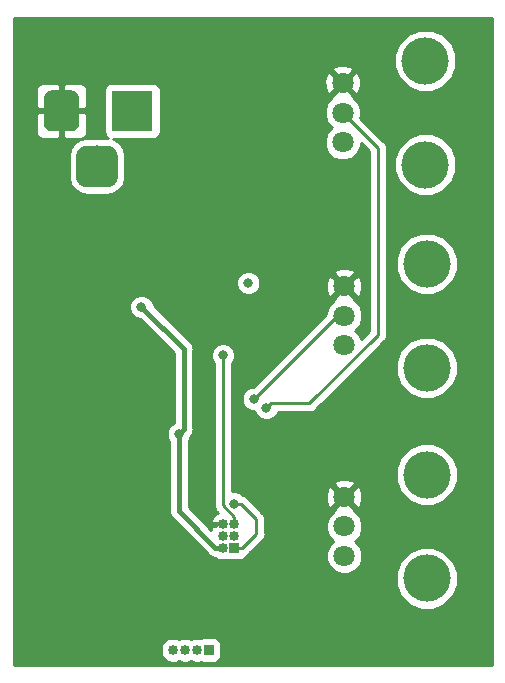
<source format=gbr>
G04 #@! TF.GenerationSoftware,KiCad,Pcbnew,5.0.2-bee76a0~70~ubuntu18.04.1*
G04 #@! TF.CreationDate,2018-12-03T19:26:52-05:00*
G04 #@! TF.ProjectId,LEDStuff,4c454453-7475-4666-962e-6b696361645f,rev?*
G04 #@! TF.SameCoordinates,Original*
G04 #@! TF.FileFunction,Copper,L2,Bot*
G04 #@! TF.FilePolarity,Positive*
%FSLAX46Y46*%
G04 Gerber Fmt 4.6, Leading zero omitted, Abs format (unit mm)*
G04 Created by KiCad (PCBNEW 5.0.2-bee76a0~70~ubuntu18.04.1) date Mon 03 Dec 2018 07:26:52 PM EST*
%MOMM*%
%LPD*%
G01*
G04 APERTURE LIST*
G04 #@! TA.AperFunction,ComponentPad*
%ADD10R,3.500000X3.500000*%
G04 #@! TD*
G04 #@! TA.AperFunction,Conductor*
%ADD11C,0.100000*%
G04 #@! TD*
G04 #@! TA.AperFunction,ComponentPad*
%ADD12C,3.000000*%
G04 #@! TD*
G04 #@! TA.AperFunction,ComponentPad*
%ADD13C,3.500000*%
G04 #@! TD*
G04 #@! TA.AperFunction,ComponentPad*
%ADD14R,0.850000X0.850000*%
G04 #@! TD*
G04 #@! TA.AperFunction,ComponentPad*
%ADD15O,0.850000X0.850000*%
G04 #@! TD*
G04 #@! TA.AperFunction,ComponentPad*
%ADD16C,1.800000*%
G04 #@! TD*
G04 #@! TA.AperFunction,WasherPad*
%ADD17C,4.000000*%
G04 #@! TD*
G04 #@! TA.AperFunction,ViaPad*
%ADD18C,0.800000*%
G04 #@! TD*
G04 #@! TA.AperFunction,Conductor*
%ADD19C,0.400000*%
G04 #@! TD*
G04 #@! TA.AperFunction,Conductor*
%ADD20C,0.250000*%
G04 #@! TD*
G04 #@! TA.AperFunction,Conductor*
%ADD21C,0.254000*%
G04 #@! TD*
G04 APERTURE END LIST*
D10*
G04 #@! TO.P,J1,1*
G04 #@! TO.N,+12V*
X141643100Y-75717400D03*
D11*
G04 #@! TD*
G04 #@! TO.N,GND*
G04 #@! TO.C,J1*
G36*
X136466613Y-73971011D02*
X136539418Y-73981811D01*
X136610814Y-73999695D01*
X136680113Y-74024490D01*
X136746648Y-74055959D01*
X136809778Y-74093798D01*
X136868895Y-74137642D01*
X136923430Y-74187070D01*
X136972858Y-74241605D01*
X137016702Y-74300722D01*
X137054541Y-74363852D01*
X137086010Y-74430387D01*
X137110805Y-74499686D01*
X137128689Y-74571082D01*
X137139489Y-74643887D01*
X137143100Y-74717400D01*
X137143100Y-76717400D01*
X137139489Y-76790913D01*
X137128689Y-76863718D01*
X137110805Y-76935114D01*
X137086010Y-77004413D01*
X137054541Y-77070948D01*
X137016702Y-77134078D01*
X136972858Y-77193195D01*
X136923430Y-77247730D01*
X136868895Y-77297158D01*
X136809778Y-77341002D01*
X136746648Y-77378841D01*
X136680113Y-77410310D01*
X136610814Y-77435105D01*
X136539418Y-77452989D01*
X136466613Y-77463789D01*
X136393100Y-77467400D01*
X134893100Y-77467400D01*
X134819587Y-77463789D01*
X134746782Y-77452989D01*
X134675386Y-77435105D01*
X134606087Y-77410310D01*
X134539552Y-77378841D01*
X134476422Y-77341002D01*
X134417305Y-77297158D01*
X134362770Y-77247730D01*
X134313342Y-77193195D01*
X134269498Y-77134078D01*
X134231659Y-77070948D01*
X134200190Y-77004413D01*
X134175395Y-76935114D01*
X134157511Y-76863718D01*
X134146711Y-76790913D01*
X134143100Y-76717400D01*
X134143100Y-74717400D01*
X134146711Y-74643887D01*
X134157511Y-74571082D01*
X134175395Y-74499686D01*
X134200190Y-74430387D01*
X134231659Y-74363852D01*
X134269498Y-74300722D01*
X134313342Y-74241605D01*
X134362770Y-74187070D01*
X134417305Y-74137642D01*
X134476422Y-74093798D01*
X134539552Y-74055959D01*
X134606087Y-74024490D01*
X134675386Y-73999695D01*
X134746782Y-73981811D01*
X134819587Y-73971011D01*
X134893100Y-73967400D01*
X136393100Y-73967400D01*
X136466613Y-73971011D01*
X136466613Y-73971011D01*
G37*
D12*
G04 #@! TO.P,J1,2*
G04 #@! TO.N,GND*
X135643100Y-75717400D03*
D11*
G04 #@! TD*
G04 #@! TO.N,Net-(J1-Pad3)*
G04 #@! TO.C,J1*
G36*
X139603865Y-78671613D02*
X139688804Y-78684213D01*
X139772099Y-78705077D01*
X139852948Y-78734005D01*
X139930572Y-78770719D01*
X140004224Y-78814864D01*
X140073194Y-78866016D01*
X140136818Y-78923682D01*
X140194484Y-78987306D01*
X140245636Y-79056276D01*
X140289781Y-79129928D01*
X140326495Y-79207552D01*
X140355423Y-79288401D01*
X140376287Y-79371696D01*
X140388887Y-79456635D01*
X140393100Y-79542400D01*
X140393100Y-81292400D01*
X140388887Y-81378165D01*
X140376287Y-81463104D01*
X140355423Y-81546399D01*
X140326495Y-81627248D01*
X140289781Y-81704872D01*
X140245636Y-81778524D01*
X140194484Y-81847494D01*
X140136818Y-81911118D01*
X140073194Y-81968784D01*
X140004224Y-82019936D01*
X139930572Y-82064081D01*
X139852948Y-82100795D01*
X139772099Y-82129723D01*
X139688804Y-82150587D01*
X139603865Y-82163187D01*
X139518100Y-82167400D01*
X137768100Y-82167400D01*
X137682335Y-82163187D01*
X137597396Y-82150587D01*
X137514101Y-82129723D01*
X137433252Y-82100795D01*
X137355628Y-82064081D01*
X137281976Y-82019936D01*
X137213006Y-81968784D01*
X137149382Y-81911118D01*
X137091716Y-81847494D01*
X137040564Y-81778524D01*
X136996419Y-81704872D01*
X136959705Y-81627248D01*
X136930777Y-81546399D01*
X136909913Y-81463104D01*
X136897313Y-81378165D01*
X136893100Y-81292400D01*
X136893100Y-79542400D01*
X136897313Y-79456635D01*
X136909913Y-79371696D01*
X136930777Y-79288401D01*
X136959705Y-79207552D01*
X136996419Y-79129928D01*
X137040564Y-79056276D01*
X137091716Y-78987306D01*
X137149382Y-78923682D01*
X137213006Y-78866016D01*
X137281976Y-78814864D01*
X137355628Y-78770719D01*
X137433252Y-78734005D01*
X137514101Y-78705077D01*
X137597396Y-78684213D01*
X137682335Y-78671613D01*
X137768100Y-78667400D01*
X139518100Y-78667400D01*
X139603865Y-78671613D01*
X139603865Y-78671613D01*
G37*
D13*
G04 #@! TO.P,J1,3*
G04 #@! TO.N,Net-(J1-Pad3)*
X138643100Y-80417400D03*
G04 #@! TD*
D14*
G04 #@! TO.P,J2,1*
G04 #@! TO.N,/MISO*
X150279100Y-112712500D03*
D15*
G04 #@! TO.P,J2,2*
G04 #@! TO.N,+5V*
X149279100Y-112712500D03*
G04 #@! TO.P,J2,3*
G04 #@! TO.N,/SCK*
X150279100Y-111712500D03*
G04 #@! TO.P,J2,4*
G04 #@! TO.N,/GREEN_PWM_OUT*
X149279100Y-111712500D03*
G04 #@! TO.P,J2,5*
G04 #@! TO.N,/RESET*
X150279100Y-110712500D03*
G04 #@! TO.P,J2,6*
G04 #@! TO.N,GND*
X149279100Y-110712500D03*
G04 #@! TD*
D14*
G04 #@! TO.P,J3,1*
G04 #@! TO.N,+12V*
X148107400Y-121373900D03*
D15*
G04 #@! TO.P,J3,2*
G04 #@! TO.N,/GREEN_LED_OUT*
X147107400Y-121373900D03*
G04 #@! TO.P,J3,3*
G04 #@! TO.N,/RED_LED_OUT*
X146107400Y-121373900D03*
G04 #@! TO.P,J3,4*
G04 #@! TO.N,/BLUE_LED_OUT*
X145107400Y-121373900D03*
G04 #@! TD*
D16*
G04 #@! TO.P,RV1,3*
G04 #@! TO.N,GND*
X159448500Y-73371700D03*
G04 #@! TO.P,RV1,2*
G04 #@! TO.N,/RED_POT*
X159448500Y-75871700D03*
G04 #@! TO.P,RV1,1*
G04 #@! TO.N,+5V*
X159448500Y-78371700D03*
D17*
G04 #@! TO.P,RV1,*
G04 #@! TO.N,*
X166448500Y-71471700D03*
X166448500Y-80271700D03*
G04 #@! TD*
G04 #@! TO.P,RV2,*
G04 #@! TO.N,*
X166575500Y-97467500D03*
X166575500Y-88667500D03*
D16*
G04 #@! TO.P,RV2,1*
G04 #@! TO.N,+5V*
X159575500Y-95567500D03*
G04 #@! TO.P,RV2,2*
G04 #@! TO.N,/GREEN_POT*
X159575500Y-93067500D03*
G04 #@! TO.P,RV2,3*
G04 #@! TO.N,GND*
X159575500Y-90567500D03*
G04 #@! TD*
G04 #@! TO.P,RV3,3*
G04 #@! TO.N,GND*
X159575500Y-108411000D03*
G04 #@! TO.P,RV3,2*
G04 #@! TO.N,/BLUE_POT*
X159575500Y-110911000D03*
G04 #@! TO.P,RV3,1*
G04 #@! TO.N,+5V*
X159575500Y-113411000D03*
D17*
G04 #@! TO.P,RV3,*
G04 #@! TO.N,*
X166575500Y-106511000D03*
X166575500Y-115311000D03*
G04 #@! TD*
D18*
G04 #@! TO.N,GND*
X139166600Y-102209600D03*
X145415000Y-114160300D03*
X147662900Y-114439700D03*
X147726400Y-102882700D03*
G04 #@! TO.N,+5V*
X145580100Y-103085900D03*
X142405100Y-92316300D03*
X151454302Y-90284300D03*
G04 #@! TO.N,/RESET*
X149313900Y-96418400D03*
G04 #@! TO.N,/RED_POT*
X152971500Y-100863400D03*
G04 #@! TO.N,/GREEN_POT*
X151930100Y-100101400D03*
G04 #@! TO.N,/MISO*
X150241000Y-108978700D03*
G04 #@! TD*
D19*
G04 #@! TO.N,+5V*
X145980099Y-102685901D02*
X145980099Y-95891299D01*
X145580100Y-103085900D02*
X145980099Y-102685901D01*
X145980099Y-95891299D02*
X142405100Y-92316300D01*
X145580100Y-103651585D02*
X145580100Y-103085900D01*
X145580100Y-109614540D02*
X145580100Y-103651585D01*
X148678060Y-112712500D02*
X145580100Y-109614540D01*
X149279100Y-112712500D02*
X148678060Y-112712500D01*
D20*
G04 #@! TO.N,/RESET*
X149313900Y-109124602D02*
X149313900Y-96418400D01*
X150279100Y-110712500D02*
X150279100Y-110089802D01*
X150279100Y-110089802D02*
X149313900Y-109124602D01*
G04 #@! TO.N,/RED_POT*
X156640601Y-100463401D02*
X162420300Y-94683702D01*
X152971500Y-100863400D02*
X153371499Y-100463401D01*
X153371499Y-100463401D02*
X156640601Y-100463401D01*
X162420300Y-78843500D02*
X159448500Y-75871700D01*
X162420300Y-94683702D02*
X162420300Y-78843500D01*
G04 #@! TO.N,/GREEN_POT*
X158964000Y-93067500D02*
X159575500Y-93067500D01*
X151930100Y-100101400D02*
X158964000Y-93067500D01*
G04 #@! TO.N,/MISO*
X150806685Y-108978700D02*
X152146000Y-110318015D01*
X150241000Y-108978700D02*
X150806685Y-108978700D01*
X150954100Y-112712500D02*
X150279100Y-112712500D01*
X152146000Y-111520600D02*
X150954100Y-112712500D01*
X152146000Y-110318015D02*
X152146000Y-111520600D01*
G04 #@! TD*
D21*
G04 #@! TO.N,GND*
G36*
X172086201Y-122657800D02*
X131583500Y-122657800D01*
X131583500Y-121373900D01*
X144026634Y-121373900D01*
X144108902Y-121787491D01*
X144343183Y-122138117D01*
X144693809Y-122372398D01*
X145003002Y-122433900D01*
X145211798Y-122433900D01*
X145520991Y-122372398D01*
X145607400Y-122314661D01*
X145693809Y-122372398D01*
X146003002Y-122433900D01*
X146211798Y-122433900D01*
X146520991Y-122372398D01*
X146607400Y-122314661D01*
X146693809Y-122372398D01*
X147003002Y-122433900D01*
X147211798Y-122433900D01*
X147426006Y-122391292D01*
X147434635Y-122397057D01*
X147682400Y-122446340D01*
X148532400Y-122446340D01*
X148780165Y-122397057D01*
X148990209Y-122256709D01*
X149130557Y-122046665D01*
X149179840Y-121798900D01*
X149179840Y-120948900D01*
X149130557Y-120701135D01*
X148990209Y-120491091D01*
X148780165Y-120350743D01*
X148532400Y-120301460D01*
X147682400Y-120301460D01*
X147434635Y-120350743D01*
X147426006Y-120356508D01*
X147211798Y-120313900D01*
X147003002Y-120313900D01*
X146693809Y-120375402D01*
X146607400Y-120433139D01*
X146520991Y-120375402D01*
X146211798Y-120313900D01*
X146003002Y-120313900D01*
X145693809Y-120375402D01*
X145607400Y-120433139D01*
X145520991Y-120375402D01*
X145211798Y-120313900D01*
X145003002Y-120313900D01*
X144693809Y-120375402D01*
X144343183Y-120609683D01*
X144108902Y-120960309D01*
X144026634Y-121373900D01*
X131583500Y-121373900D01*
X131583500Y-92110426D01*
X141370100Y-92110426D01*
X141370100Y-92522174D01*
X141527669Y-92902580D01*
X141818820Y-93193731D01*
X142199226Y-93351300D01*
X142259233Y-93351300D01*
X145145100Y-96237168D01*
X145145099Y-102145807D01*
X144993820Y-102208469D01*
X144702669Y-102499620D01*
X144545100Y-102880026D01*
X144545100Y-103291774D01*
X144702669Y-103672180D01*
X144745100Y-103714611D01*
X144745100Y-103733821D01*
X144745101Y-103733826D01*
X144745100Y-109532307D01*
X144728743Y-109614540D01*
X144745100Y-109696773D01*
X144745100Y-109696776D01*
X144793548Y-109940340D01*
X144978099Y-110216541D01*
X145047820Y-110263127D01*
X148029475Y-113244783D01*
X148076059Y-113314501D01*
X148352259Y-113499052D01*
X148595823Y-113547500D01*
X148595826Y-113547500D01*
X148631410Y-113554578D01*
X148865509Y-113710998D01*
X149174702Y-113772500D01*
X149383498Y-113772500D01*
X149597706Y-113729892D01*
X149606335Y-113735657D01*
X149854100Y-113784940D01*
X150704100Y-113784940D01*
X150951865Y-113735657D01*
X151161909Y-113595309D01*
X151291818Y-113400887D01*
X151502029Y-113260429D01*
X151544431Y-113196970D01*
X152630473Y-112110929D01*
X152693929Y-112068529D01*
X152861904Y-111817137D01*
X152906000Y-111595452D01*
X152906000Y-111595448D01*
X152920888Y-111520601D01*
X152906000Y-111445754D01*
X152906000Y-110605670D01*
X158040500Y-110605670D01*
X158040500Y-111216330D01*
X158274190Y-111780507D01*
X158654683Y-112161000D01*
X158274190Y-112541493D01*
X158040500Y-113105670D01*
X158040500Y-113716330D01*
X158274190Y-114280507D01*
X158705993Y-114712310D01*
X159270170Y-114946000D01*
X159880830Y-114946000D01*
X160265013Y-114786866D01*
X163940500Y-114786866D01*
X163940500Y-115835134D01*
X164341655Y-116803608D01*
X165082892Y-117544845D01*
X166051366Y-117946000D01*
X167099634Y-117946000D01*
X168068108Y-117544845D01*
X168809345Y-116803608D01*
X169210500Y-115835134D01*
X169210500Y-114786866D01*
X168809345Y-113818392D01*
X168068108Y-113077155D01*
X167099634Y-112676000D01*
X166051366Y-112676000D01*
X165082892Y-113077155D01*
X164341655Y-113818392D01*
X163940500Y-114786866D01*
X160265013Y-114786866D01*
X160445007Y-114712310D01*
X160876810Y-114280507D01*
X161110500Y-113716330D01*
X161110500Y-113105670D01*
X160876810Y-112541493D01*
X160496317Y-112161000D01*
X160876810Y-111780507D01*
X161110500Y-111216330D01*
X161110500Y-110605670D01*
X160876810Y-110041493D01*
X160445007Y-109609690D01*
X160437210Y-109606461D01*
X160476054Y-109491159D01*
X159575500Y-108590605D01*
X158674946Y-109491159D01*
X158713790Y-109606461D01*
X158705993Y-109609690D01*
X158274190Y-110041493D01*
X158040500Y-110605670D01*
X152906000Y-110605670D01*
X152906000Y-110392861D01*
X152920888Y-110318014D01*
X152906000Y-110243167D01*
X152906000Y-110243163D01*
X152861904Y-110021478D01*
X152780395Y-109899491D01*
X152736329Y-109833541D01*
X152736327Y-109833539D01*
X152693929Y-109770086D01*
X152630476Y-109727688D01*
X151397016Y-108494230D01*
X151354614Y-108430771D01*
X151103222Y-108262796D01*
X150960397Y-108234386D01*
X150896347Y-108170336D01*
X158029042Y-108170336D01*
X158054661Y-108780460D01*
X158238857Y-109225148D01*
X158495341Y-109311554D01*
X159395895Y-108411000D01*
X159755105Y-108411000D01*
X160655659Y-109311554D01*
X160912143Y-109225148D01*
X161121958Y-108651664D01*
X161096339Y-108041540D01*
X160912143Y-107596852D01*
X160655659Y-107510446D01*
X159755105Y-108411000D01*
X159395895Y-108411000D01*
X158495341Y-107510446D01*
X158238857Y-107596852D01*
X158029042Y-108170336D01*
X150896347Y-108170336D01*
X150827280Y-108101269D01*
X150446874Y-107943700D01*
X150073900Y-107943700D01*
X150073900Y-107330841D01*
X158674946Y-107330841D01*
X159575500Y-108231395D01*
X160476054Y-107330841D01*
X160389648Y-107074357D01*
X159816164Y-106864542D01*
X159206040Y-106890161D01*
X158761352Y-107074357D01*
X158674946Y-107330841D01*
X150073900Y-107330841D01*
X150073900Y-105986866D01*
X163940500Y-105986866D01*
X163940500Y-107035134D01*
X164341655Y-108003608D01*
X165082892Y-108744845D01*
X166051366Y-109146000D01*
X167099634Y-109146000D01*
X168068108Y-108744845D01*
X168809345Y-108003608D01*
X169210500Y-107035134D01*
X169210500Y-105986866D01*
X168809345Y-105018392D01*
X168068108Y-104277155D01*
X167099634Y-103876000D01*
X166051366Y-103876000D01*
X165082892Y-104277155D01*
X164341655Y-105018392D01*
X163940500Y-105986866D01*
X150073900Y-105986866D01*
X150073900Y-99895526D01*
X150895100Y-99895526D01*
X150895100Y-100307274D01*
X151052669Y-100687680D01*
X151343820Y-100978831D01*
X151724226Y-101136400D01*
X151964304Y-101136400D01*
X152094069Y-101449680D01*
X152385220Y-101740831D01*
X152765626Y-101898400D01*
X153177374Y-101898400D01*
X153557780Y-101740831D01*
X153848931Y-101449680D01*
X153942659Y-101223401D01*
X156565754Y-101223401D01*
X156640601Y-101238289D01*
X156715448Y-101223401D01*
X156715453Y-101223401D01*
X156937138Y-101179305D01*
X157188530Y-101011330D01*
X157230932Y-100947871D01*
X161235437Y-96943366D01*
X163940500Y-96943366D01*
X163940500Y-97991634D01*
X164341655Y-98960108D01*
X165082892Y-99701345D01*
X166051366Y-100102500D01*
X167099634Y-100102500D01*
X168068108Y-99701345D01*
X168809345Y-98960108D01*
X169210500Y-97991634D01*
X169210500Y-96943366D01*
X168809345Y-95974892D01*
X168068108Y-95233655D01*
X167099634Y-94832500D01*
X166051366Y-94832500D01*
X165082892Y-95233655D01*
X164341655Y-95974892D01*
X163940500Y-96943366D01*
X161235437Y-96943366D01*
X162904773Y-95274031D01*
X162968229Y-95231631D01*
X163011224Y-95167284D01*
X163136204Y-94980240D01*
X163165591Y-94832500D01*
X163180300Y-94758554D01*
X163180300Y-94758550D01*
X163195188Y-94683702D01*
X163180300Y-94608854D01*
X163180300Y-88143366D01*
X163940500Y-88143366D01*
X163940500Y-89191634D01*
X164341655Y-90160108D01*
X165082892Y-90901345D01*
X166051366Y-91302500D01*
X167099634Y-91302500D01*
X168068108Y-90901345D01*
X168809345Y-90160108D01*
X169210500Y-89191634D01*
X169210500Y-88143366D01*
X168809345Y-87174892D01*
X168068108Y-86433655D01*
X167099634Y-86032500D01*
X166051366Y-86032500D01*
X165082892Y-86433655D01*
X164341655Y-87174892D01*
X163940500Y-88143366D01*
X163180300Y-88143366D01*
X163180300Y-79747566D01*
X163813500Y-79747566D01*
X163813500Y-80795834D01*
X164214655Y-81764308D01*
X164955892Y-82505545D01*
X165924366Y-82906700D01*
X166972634Y-82906700D01*
X167941108Y-82505545D01*
X168682345Y-81764308D01*
X169083500Y-80795834D01*
X169083500Y-79747566D01*
X168682345Y-78779092D01*
X167941108Y-78037855D01*
X166972634Y-77636700D01*
X165924366Y-77636700D01*
X164955892Y-78037855D01*
X164214655Y-78779092D01*
X163813500Y-79747566D01*
X163180300Y-79747566D01*
X163180300Y-78918347D01*
X163195188Y-78843500D01*
X163180300Y-78768653D01*
X163180300Y-78768648D01*
X163136204Y-78546963D01*
X162968229Y-78295571D01*
X162904773Y-78253171D01*
X160938140Y-76286539D01*
X160983500Y-76177030D01*
X160983500Y-75566370D01*
X160749810Y-75002193D01*
X160318007Y-74570390D01*
X160310210Y-74567161D01*
X160349054Y-74451859D01*
X159448500Y-73551305D01*
X158547946Y-74451859D01*
X158586790Y-74567161D01*
X158578993Y-74570390D01*
X158147190Y-75002193D01*
X157913500Y-75566370D01*
X157913500Y-76177030D01*
X158147190Y-76741207D01*
X158527683Y-77121700D01*
X158147190Y-77502193D01*
X157913500Y-78066370D01*
X157913500Y-78677030D01*
X158147190Y-79241207D01*
X158578993Y-79673010D01*
X159143170Y-79906700D01*
X159753830Y-79906700D01*
X160318007Y-79673010D01*
X160749810Y-79241207D01*
X160983500Y-78677030D01*
X160983500Y-78481502D01*
X161660301Y-79158303D01*
X161660300Y-94368900D01*
X161009900Y-95019300D01*
X160876810Y-94697993D01*
X160496317Y-94317500D01*
X160876810Y-93937007D01*
X161110500Y-93372830D01*
X161110500Y-92762170D01*
X160876810Y-92197993D01*
X160445007Y-91766190D01*
X160437210Y-91762961D01*
X160476054Y-91647659D01*
X159575500Y-90747105D01*
X158674946Y-91647659D01*
X158713790Y-91762961D01*
X158705993Y-91766190D01*
X158274190Y-92197993D01*
X158040500Y-92762170D01*
X158040500Y-92916198D01*
X151890299Y-99066400D01*
X151724226Y-99066400D01*
X151343820Y-99223969D01*
X151052669Y-99515120D01*
X150895100Y-99895526D01*
X150073900Y-99895526D01*
X150073900Y-97122111D01*
X150191331Y-97004680D01*
X150348900Y-96624274D01*
X150348900Y-96212526D01*
X150191331Y-95832120D01*
X149900180Y-95540969D01*
X149519774Y-95383400D01*
X149108026Y-95383400D01*
X148727620Y-95540969D01*
X148436469Y-95832120D01*
X148278900Y-96212526D01*
X148278900Y-96624274D01*
X148436469Y-97004680D01*
X148553901Y-97122112D01*
X148553900Y-109049755D01*
X148539012Y-109124602D01*
X148553900Y-109199449D01*
X148553900Y-109199453D01*
X148597996Y-109421138D01*
X148765971Y-109672531D01*
X148829430Y-109714933D01*
X148868967Y-109754470D01*
X148620948Y-109881558D01*
X148353059Y-110196674D01*
X148259560Y-110422438D01*
X148386843Y-110585500D01*
X149152100Y-110585500D01*
X149152100Y-110565500D01*
X149227574Y-110565500D01*
X149210269Y-110652500D01*
X149174702Y-110652500D01*
X148865509Y-110714002D01*
X148677688Y-110839500D01*
X148386843Y-110839500D01*
X148259560Y-111002562D01*
X148337723Y-111191295D01*
X146415100Y-109268673D01*
X146415100Y-103714611D01*
X146457531Y-103672180D01*
X146615100Y-103291774D01*
X146615100Y-103238514D01*
X146766651Y-103011702D01*
X146815099Y-102768138D01*
X146815099Y-102768135D01*
X146831456Y-102685902D01*
X146815099Y-102603669D01*
X146815099Y-95973531D01*
X146831456Y-95891298D01*
X146815099Y-95809065D01*
X146815099Y-95809062D01*
X146766651Y-95565498D01*
X146582100Y-95289298D01*
X146512382Y-95242714D01*
X143440100Y-92170433D01*
X143440100Y-92110426D01*
X143282531Y-91730020D01*
X142991380Y-91438869D01*
X142610974Y-91281300D01*
X142199226Y-91281300D01*
X141818820Y-91438869D01*
X141527669Y-91730020D01*
X141370100Y-92110426D01*
X131583500Y-92110426D01*
X131583500Y-90078426D01*
X150419302Y-90078426D01*
X150419302Y-90490174D01*
X150576871Y-90870580D01*
X150868022Y-91161731D01*
X151248428Y-91319300D01*
X151660176Y-91319300D01*
X152040582Y-91161731D01*
X152331733Y-90870580D01*
X152489302Y-90490174D01*
X152489302Y-90326836D01*
X158029042Y-90326836D01*
X158054661Y-90936960D01*
X158238857Y-91381648D01*
X158495341Y-91468054D01*
X159395895Y-90567500D01*
X159755105Y-90567500D01*
X160655659Y-91468054D01*
X160912143Y-91381648D01*
X161121958Y-90808164D01*
X161096339Y-90198040D01*
X160912143Y-89753352D01*
X160655659Y-89666946D01*
X159755105Y-90567500D01*
X159395895Y-90567500D01*
X158495341Y-89666946D01*
X158238857Y-89753352D01*
X158029042Y-90326836D01*
X152489302Y-90326836D01*
X152489302Y-90078426D01*
X152331733Y-89698020D01*
X152121054Y-89487341D01*
X158674946Y-89487341D01*
X159575500Y-90387895D01*
X160476054Y-89487341D01*
X160389648Y-89230857D01*
X159816164Y-89021042D01*
X159206040Y-89046661D01*
X158761352Y-89230857D01*
X158674946Y-89487341D01*
X152121054Y-89487341D01*
X152040582Y-89406869D01*
X151660176Y-89249300D01*
X151248428Y-89249300D01*
X150868022Y-89406869D01*
X150576871Y-89698020D01*
X150419302Y-90078426D01*
X131583500Y-90078426D01*
X131583500Y-79542400D01*
X136245660Y-79542400D01*
X136245660Y-81292400D01*
X136361549Y-81875013D01*
X136691572Y-82368928D01*
X137185487Y-82698951D01*
X137768100Y-82814840D01*
X139518100Y-82814840D01*
X140100713Y-82698951D01*
X140594628Y-82368928D01*
X140924651Y-81875013D01*
X141040540Y-81292400D01*
X141040540Y-79542400D01*
X140924651Y-78959787D01*
X140594628Y-78465872D01*
X140100713Y-78135849D01*
X139995094Y-78114840D01*
X143393100Y-78114840D01*
X143640865Y-78065557D01*
X143850909Y-77925209D01*
X143991257Y-77715165D01*
X144040540Y-77467400D01*
X144040540Y-73967400D01*
X143991257Y-73719635D01*
X143850909Y-73509591D01*
X143640865Y-73369243D01*
X143393100Y-73319960D01*
X139893100Y-73319960D01*
X139645335Y-73369243D01*
X139435291Y-73509591D01*
X139294943Y-73719635D01*
X139245660Y-73967400D01*
X139245660Y-77467400D01*
X139294943Y-77715165D01*
X139435291Y-77925209D01*
X139602101Y-78036669D01*
X139518100Y-78019960D01*
X137768100Y-78019960D01*
X137185487Y-78135849D01*
X136691572Y-78465872D01*
X136361549Y-78959787D01*
X136245660Y-79542400D01*
X131583500Y-79542400D01*
X131583500Y-76003150D01*
X133508100Y-76003150D01*
X133508100Y-77593710D01*
X133604773Y-77827099D01*
X133783402Y-78005727D01*
X134016791Y-78102400D01*
X135357350Y-78102400D01*
X135516100Y-77943650D01*
X135516100Y-75844400D01*
X135770100Y-75844400D01*
X135770100Y-77943650D01*
X135928850Y-78102400D01*
X137269409Y-78102400D01*
X137502798Y-78005727D01*
X137681427Y-77827099D01*
X137778100Y-77593710D01*
X137778100Y-76003150D01*
X137619350Y-75844400D01*
X135770100Y-75844400D01*
X135516100Y-75844400D01*
X133666850Y-75844400D01*
X133508100Y-76003150D01*
X131583500Y-76003150D01*
X131583500Y-73841090D01*
X133508100Y-73841090D01*
X133508100Y-75431650D01*
X133666850Y-75590400D01*
X135516100Y-75590400D01*
X135516100Y-73491150D01*
X135770100Y-73491150D01*
X135770100Y-75590400D01*
X137619350Y-75590400D01*
X137778100Y-75431650D01*
X137778100Y-73841090D01*
X137681427Y-73607701D01*
X137502798Y-73429073D01*
X137269409Y-73332400D01*
X135928850Y-73332400D01*
X135770100Y-73491150D01*
X135516100Y-73491150D01*
X135357350Y-73332400D01*
X134016791Y-73332400D01*
X133783402Y-73429073D01*
X133604773Y-73607701D01*
X133508100Y-73841090D01*
X131583500Y-73841090D01*
X131583500Y-73131036D01*
X157902042Y-73131036D01*
X157927661Y-73741160D01*
X158111857Y-74185848D01*
X158368341Y-74272254D01*
X159268895Y-73371700D01*
X159628105Y-73371700D01*
X160528659Y-74272254D01*
X160785143Y-74185848D01*
X160994958Y-73612364D01*
X160969339Y-73002240D01*
X160785143Y-72557552D01*
X160528659Y-72471146D01*
X159628105Y-73371700D01*
X159268895Y-73371700D01*
X158368341Y-72471146D01*
X158111857Y-72557552D01*
X157902042Y-73131036D01*
X131583500Y-73131036D01*
X131583500Y-72291541D01*
X158547946Y-72291541D01*
X159448500Y-73192095D01*
X160349054Y-72291541D01*
X160262648Y-72035057D01*
X159689164Y-71825242D01*
X159079040Y-71850861D01*
X158634352Y-72035057D01*
X158547946Y-72291541D01*
X131583500Y-72291541D01*
X131583500Y-70947566D01*
X163813500Y-70947566D01*
X163813500Y-71995834D01*
X164214655Y-72964308D01*
X164955892Y-73705545D01*
X165924366Y-74106700D01*
X166972634Y-74106700D01*
X167941108Y-73705545D01*
X168682345Y-72964308D01*
X169083500Y-71995834D01*
X169083500Y-70947566D01*
X168682345Y-69979092D01*
X167941108Y-69237855D01*
X166972634Y-68836700D01*
X165924366Y-68836700D01*
X164955892Y-69237855D01*
X164214655Y-69979092D01*
X163813500Y-70947566D01*
X131583500Y-70947566D01*
X131583500Y-67842200D01*
X172086200Y-67842200D01*
X172086201Y-122657800D01*
X172086201Y-122657800D01*
G37*
X172086201Y-122657800D02*
X131583500Y-122657800D01*
X131583500Y-121373900D01*
X144026634Y-121373900D01*
X144108902Y-121787491D01*
X144343183Y-122138117D01*
X144693809Y-122372398D01*
X145003002Y-122433900D01*
X145211798Y-122433900D01*
X145520991Y-122372398D01*
X145607400Y-122314661D01*
X145693809Y-122372398D01*
X146003002Y-122433900D01*
X146211798Y-122433900D01*
X146520991Y-122372398D01*
X146607400Y-122314661D01*
X146693809Y-122372398D01*
X147003002Y-122433900D01*
X147211798Y-122433900D01*
X147426006Y-122391292D01*
X147434635Y-122397057D01*
X147682400Y-122446340D01*
X148532400Y-122446340D01*
X148780165Y-122397057D01*
X148990209Y-122256709D01*
X149130557Y-122046665D01*
X149179840Y-121798900D01*
X149179840Y-120948900D01*
X149130557Y-120701135D01*
X148990209Y-120491091D01*
X148780165Y-120350743D01*
X148532400Y-120301460D01*
X147682400Y-120301460D01*
X147434635Y-120350743D01*
X147426006Y-120356508D01*
X147211798Y-120313900D01*
X147003002Y-120313900D01*
X146693809Y-120375402D01*
X146607400Y-120433139D01*
X146520991Y-120375402D01*
X146211798Y-120313900D01*
X146003002Y-120313900D01*
X145693809Y-120375402D01*
X145607400Y-120433139D01*
X145520991Y-120375402D01*
X145211798Y-120313900D01*
X145003002Y-120313900D01*
X144693809Y-120375402D01*
X144343183Y-120609683D01*
X144108902Y-120960309D01*
X144026634Y-121373900D01*
X131583500Y-121373900D01*
X131583500Y-92110426D01*
X141370100Y-92110426D01*
X141370100Y-92522174D01*
X141527669Y-92902580D01*
X141818820Y-93193731D01*
X142199226Y-93351300D01*
X142259233Y-93351300D01*
X145145100Y-96237168D01*
X145145099Y-102145807D01*
X144993820Y-102208469D01*
X144702669Y-102499620D01*
X144545100Y-102880026D01*
X144545100Y-103291774D01*
X144702669Y-103672180D01*
X144745100Y-103714611D01*
X144745100Y-103733821D01*
X144745101Y-103733826D01*
X144745100Y-109532307D01*
X144728743Y-109614540D01*
X144745100Y-109696773D01*
X144745100Y-109696776D01*
X144793548Y-109940340D01*
X144978099Y-110216541D01*
X145047820Y-110263127D01*
X148029475Y-113244783D01*
X148076059Y-113314501D01*
X148352259Y-113499052D01*
X148595823Y-113547500D01*
X148595826Y-113547500D01*
X148631410Y-113554578D01*
X148865509Y-113710998D01*
X149174702Y-113772500D01*
X149383498Y-113772500D01*
X149597706Y-113729892D01*
X149606335Y-113735657D01*
X149854100Y-113784940D01*
X150704100Y-113784940D01*
X150951865Y-113735657D01*
X151161909Y-113595309D01*
X151291818Y-113400887D01*
X151502029Y-113260429D01*
X151544431Y-113196970D01*
X152630473Y-112110929D01*
X152693929Y-112068529D01*
X152861904Y-111817137D01*
X152906000Y-111595452D01*
X152906000Y-111595448D01*
X152920888Y-111520601D01*
X152906000Y-111445754D01*
X152906000Y-110605670D01*
X158040500Y-110605670D01*
X158040500Y-111216330D01*
X158274190Y-111780507D01*
X158654683Y-112161000D01*
X158274190Y-112541493D01*
X158040500Y-113105670D01*
X158040500Y-113716330D01*
X158274190Y-114280507D01*
X158705993Y-114712310D01*
X159270170Y-114946000D01*
X159880830Y-114946000D01*
X160265013Y-114786866D01*
X163940500Y-114786866D01*
X163940500Y-115835134D01*
X164341655Y-116803608D01*
X165082892Y-117544845D01*
X166051366Y-117946000D01*
X167099634Y-117946000D01*
X168068108Y-117544845D01*
X168809345Y-116803608D01*
X169210500Y-115835134D01*
X169210500Y-114786866D01*
X168809345Y-113818392D01*
X168068108Y-113077155D01*
X167099634Y-112676000D01*
X166051366Y-112676000D01*
X165082892Y-113077155D01*
X164341655Y-113818392D01*
X163940500Y-114786866D01*
X160265013Y-114786866D01*
X160445007Y-114712310D01*
X160876810Y-114280507D01*
X161110500Y-113716330D01*
X161110500Y-113105670D01*
X160876810Y-112541493D01*
X160496317Y-112161000D01*
X160876810Y-111780507D01*
X161110500Y-111216330D01*
X161110500Y-110605670D01*
X160876810Y-110041493D01*
X160445007Y-109609690D01*
X160437210Y-109606461D01*
X160476054Y-109491159D01*
X159575500Y-108590605D01*
X158674946Y-109491159D01*
X158713790Y-109606461D01*
X158705993Y-109609690D01*
X158274190Y-110041493D01*
X158040500Y-110605670D01*
X152906000Y-110605670D01*
X152906000Y-110392861D01*
X152920888Y-110318014D01*
X152906000Y-110243167D01*
X152906000Y-110243163D01*
X152861904Y-110021478D01*
X152780395Y-109899491D01*
X152736329Y-109833541D01*
X152736327Y-109833539D01*
X152693929Y-109770086D01*
X152630476Y-109727688D01*
X151397016Y-108494230D01*
X151354614Y-108430771D01*
X151103222Y-108262796D01*
X150960397Y-108234386D01*
X150896347Y-108170336D01*
X158029042Y-108170336D01*
X158054661Y-108780460D01*
X158238857Y-109225148D01*
X158495341Y-109311554D01*
X159395895Y-108411000D01*
X159755105Y-108411000D01*
X160655659Y-109311554D01*
X160912143Y-109225148D01*
X161121958Y-108651664D01*
X161096339Y-108041540D01*
X160912143Y-107596852D01*
X160655659Y-107510446D01*
X159755105Y-108411000D01*
X159395895Y-108411000D01*
X158495341Y-107510446D01*
X158238857Y-107596852D01*
X158029042Y-108170336D01*
X150896347Y-108170336D01*
X150827280Y-108101269D01*
X150446874Y-107943700D01*
X150073900Y-107943700D01*
X150073900Y-107330841D01*
X158674946Y-107330841D01*
X159575500Y-108231395D01*
X160476054Y-107330841D01*
X160389648Y-107074357D01*
X159816164Y-106864542D01*
X159206040Y-106890161D01*
X158761352Y-107074357D01*
X158674946Y-107330841D01*
X150073900Y-107330841D01*
X150073900Y-105986866D01*
X163940500Y-105986866D01*
X163940500Y-107035134D01*
X164341655Y-108003608D01*
X165082892Y-108744845D01*
X166051366Y-109146000D01*
X167099634Y-109146000D01*
X168068108Y-108744845D01*
X168809345Y-108003608D01*
X169210500Y-107035134D01*
X169210500Y-105986866D01*
X168809345Y-105018392D01*
X168068108Y-104277155D01*
X167099634Y-103876000D01*
X166051366Y-103876000D01*
X165082892Y-104277155D01*
X164341655Y-105018392D01*
X163940500Y-105986866D01*
X150073900Y-105986866D01*
X150073900Y-99895526D01*
X150895100Y-99895526D01*
X150895100Y-100307274D01*
X151052669Y-100687680D01*
X151343820Y-100978831D01*
X151724226Y-101136400D01*
X151964304Y-101136400D01*
X152094069Y-101449680D01*
X152385220Y-101740831D01*
X152765626Y-101898400D01*
X153177374Y-101898400D01*
X153557780Y-101740831D01*
X153848931Y-101449680D01*
X153942659Y-101223401D01*
X156565754Y-101223401D01*
X156640601Y-101238289D01*
X156715448Y-101223401D01*
X156715453Y-101223401D01*
X156937138Y-101179305D01*
X157188530Y-101011330D01*
X157230932Y-100947871D01*
X161235437Y-96943366D01*
X163940500Y-96943366D01*
X163940500Y-97991634D01*
X164341655Y-98960108D01*
X165082892Y-99701345D01*
X166051366Y-100102500D01*
X167099634Y-100102500D01*
X168068108Y-99701345D01*
X168809345Y-98960108D01*
X169210500Y-97991634D01*
X169210500Y-96943366D01*
X168809345Y-95974892D01*
X168068108Y-95233655D01*
X167099634Y-94832500D01*
X166051366Y-94832500D01*
X165082892Y-95233655D01*
X164341655Y-95974892D01*
X163940500Y-96943366D01*
X161235437Y-96943366D01*
X162904773Y-95274031D01*
X162968229Y-95231631D01*
X163011224Y-95167284D01*
X163136204Y-94980240D01*
X163165591Y-94832500D01*
X163180300Y-94758554D01*
X163180300Y-94758550D01*
X163195188Y-94683702D01*
X163180300Y-94608854D01*
X163180300Y-88143366D01*
X163940500Y-88143366D01*
X163940500Y-89191634D01*
X164341655Y-90160108D01*
X165082892Y-90901345D01*
X166051366Y-91302500D01*
X167099634Y-91302500D01*
X168068108Y-90901345D01*
X168809345Y-90160108D01*
X169210500Y-89191634D01*
X169210500Y-88143366D01*
X168809345Y-87174892D01*
X168068108Y-86433655D01*
X167099634Y-86032500D01*
X166051366Y-86032500D01*
X165082892Y-86433655D01*
X164341655Y-87174892D01*
X163940500Y-88143366D01*
X163180300Y-88143366D01*
X163180300Y-79747566D01*
X163813500Y-79747566D01*
X163813500Y-80795834D01*
X164214655Y-81764308D01*
X164955892Y-82505545D01*
X165924366Y-82906700D01*
X166972634Y-82906700D01*
X167941108Y-82505545D01*
X168682345Y-81764308D01*
X169083500Y-80795834D01*
X169083500Y-79747566D01*
X168682345Y-78779092D01*
X167941108Y-78037855D01*
X166972634Y-77636700D01*
X165924366Y-77636700D01*
X164955892Y-78037855D01*
X164214655Y-78779092D01*
X163813500Y-79747566D01*
X163180300Y-79747566D01*
X163180300Y-78918347D01*
X163195188Y-78843500D01*
X163180300Y-78768653D01*
X163180300Y-78768648D01*
X163136204Y-78546963D01*
X162968229Y-78295571D01*
X162904773Y-78253171D01*
X160938140Y-76286539D01*
X160983500Y-76177030D01*
X160983500Y-75566370D01*
X160749810Y-75002193D01*
X160318007Y-74570390D01*
X160310210Y-74567161D01*
X160349054Y-74451859D01*
X159448500Y-73551305D01*
X158547946Y-74451859D01*
X158586790Y-74567161D01*
X158578993Y-74570390D01*
X158147190Y-75002193D01*
X157913500Y-75566370D01*
X157913500Y-76177030D01*
X158147190Y-76741207D01*
X158527683Y-77121700D01*
X158147190Y-77502193D01*
X157913500Y-78066370D01*
X157913500Y-78677030D01*
X158147190Y-79241207D01*
X158578993Y-79673010D01*
X159143170Y-79906700D01*
X159753830Y-79906700D01*
X160318007Y-79673010D01*
X160749810Y-79241207D01*
X160983500Y-78677030D01*
X160983500Y-78481502D01*
X161660301Y-79158303D01*
X161660300Y-94368900D01*
X161009900Y-95019300D01*
X160876810Y-94697993D01*
X160496317Y-94317500D01*
X160876810Y-93937007D01*
X161110500Y-93372830D01*
X161110500Y-92762170D01*
X160876810Y-92197993D01*
X160445007Y-91766190D01*
X160437210Y-91762961D01*
X160476054Y-91647659D01*
X159575500Y-90747105D01*
X158674946Y-91647659D01*
X158713790Y-91762961D01*
X158705993Y-91766190D01*
X158274190Y-92197993D01*
X158040500Y-92762170D01*
X158040500Y-92916198D01*
X151890299Y-99066400D01*
X151724226Y-99066400D01*
X151343820Y-99223969D01*
X151052669Y-99515120D01*
X150895100Y-99895526D01*
X150073900Y-99895526D01*
X150073900Y-97122111D01*
X150191331Y-97004680D01*
X150348900Y-96624274D01*
X150348900Y-96212526D01*
X150191331Y-95832120D01*
X149900180Y-95540969D01*
X149519774Y-95383400D01*
X149108026Y-95383400D01*
X148727620Y-95540969D01*
X148436469Y-95832120D01*
X148278900Y-96212526D01*
X148278900Y-96624274D01*
X148436469Y-97004680D01*
X148553901Y-97122112D01*
X148553900Y-109049755D01*
X148539012Y-109124602D01*
X148553900Y-109199449D01*
X148553900Y-109199453D01*
X148597996Y-109421138D01*
X148765971Y-109672531D01*
X148829430Y-109714933D01*
X148868967Y-109754470D01*
X148620948Y-109881558D01*
X148353059Y-110196674D01*
X148259560Y-110422438D01*
X148386843Y-110585500D01*
X149152100Y-110585500D01*
X149152100Y-110565500D01*
X149227574Y-110565500D01*
X149210269Y-110652500D01*
X149174702Y-110652500D01*
X148865509Y-110714002D01*
X148677688Y-110839500D01*
X148386843Y-110839500D01*
X148259560Y-111002562D01*
X148337723Y-111191295D01*
X146415100Y-109268673D01*
X146415100Y-103714611D01*
X146457531Y-103672180D01*
X146615100Y-103291774D01*
X146615100Y-103238514D01*
X146766651Y-103011702D01*
X146815099Y-102768138D01*
X146815099Y-102768135D01*
X146831456Y-102685902D01*
X146815099Y-102603669D01*
X146815099Y-95973531D01*
X146831456Y-95891298D01*
X146815099Y-95809065D01*
X146815099Y-95809062D01*
X146766651Y-95565498D01*
X146582100Y-95289298D01*
X146512382Y-95242714D01*
X143440100Y-92170433D01*
X143440100Y-92110426D01*
X143282531Y-91730020D01*
X142991380Y-91438869D01*
X142610974Y-91281300D01*
X142199226Y-91281300D01*
X141818820Y-91438869D01*
X141527669Y-91730020D01*
X141370100Y-92110426D01*
X131583500Y-92110426D01*
X131583500Y-90078426D01*
X150419302Y-90078426D01*
X150419302Y-90490174D01*
X150576871Y-90870580D01*
X150868022Y-91161731D01*
X151248428Y-91319300D01*
X151660176Y-91319300D01*
X152040582Y-91161731D01*
X152331733Y-90870580D01*
X152489302Y-90490174D01*
X152489302Y-90326836D01*
X158029042Y-90326836D01*
X158054661Y-90936960D01*
X158238857Y-91381648D01*
X158495341Y-91468054D01*
X159395895Y-90567500D01*
X159755105Y-90567500D01*
X160655659Y-91468054D01*
X160912143Y-91381648D01*
X161121958Y-90808164D01*
X161096339Y-90198040D01*
X160912143Y-89753352D01*
X160655659Y-89666946D01*
X159755105Y-90567500D01*
X159395895Y-90567500D01*
X158495341Y-89666946D01*
X158238857Y-89753352D01*
X158029042Y-90326836D01*
X152489302Y-90326836D01*
X152489302Y-90078426D01*
X152331733Y-89698020D01*
X152121054Y-89487341D01*
X158674946Y-89487341D01*
X159575500Y-90387895D01*
X160476054Y-89487341D01*
X160389648Y-89230857D01*
X159816164Y-89021042D01*
X159206040Y-89046661D01*
X158761352Y-89230857D01*
X158674946Y-89487341D01*
X152121054Y-89487341D01*
X152040582Y-89406869D01*
X151660176Y-89249300D01*
X151248428Y-89249300D01*
X150868022Y-89406869D01*
X150576871Y-89698020D01*
X150419302Y-90078426D01*
X131583500Y-90078426D01*
X131583500Y-79542400D01*
X136245660Y-79542400D01*
X136245660Y-81292400D01*
X136361549Y-81875013D01*
X136691572Y-82368928D01*
X137185487Y-82698951D01*
X137768100Y-82814840D01*
X139518100Y-82814840D01*
X140100713Y-82698951D01*
X140594628Y-82368928D01*
X140924651Y-81875013D01*
X141040540Y-81292400D01*
X141040540Y-79542400D01*
X140924651Y-78959787D01*
X140594628Y-78465872D01*
X140100713Y-78135849D01*
X139995094Y-78114840D01*
X143393100Y-78114840D01*
X143640865Y-78065557D01*
X143850909Y-77925209D01*
X143991257Y-77715165D01*
X144040540Y-77467400D01*
X144040540Y-73967400D01*
X143991257Y-73719635D01*
X143850909Y-73509591D01*
X143640865Y-73369243D01*
X143393100Y-73319960D01*
X139893100Y-73319960D01*
X139645335Y-73369243D01*
X139435291Y-73509591D01*
X139294943Y-73719635D01*
X139245660Y-73967400D01*
X139245660Y-77467400D01*
X139294943Y-77715165D01*
X139435291Y-77925209D01*
X139602101Y-78036669D01*
X139518100Y-78019960D01*
X137768100Y-78019960D01*
X137185487Y-78135849D01*
X136691572Y-78465872D01*
X136361549Y-78959787D01*
X136245660Y-79542400D01*
X131583500Y-79542400D01*
X131583500Y-76003150D01*
X133508100Y-76003150D01*
X133508100Y-77593710D01*
X133604773Y-77827099D01*
X133783402Y-78005727D01*
X134016791Y-78102400D01*
X135357350Y-78102400D01*
X135516100Y-77943650D01*
X135516100Y-75844400D01*
X135770100Y-75844400D01*
X135770100Y-77943650D01*
X135928850Y-78102400D01*
X137269409Y-78102400D01*
X137502798Y-78005727D01*
X137681427Y-77827099D01*
X137778100Y-77593710D01*
X137778100Y-76003150D01*
X137619350Y-75844400D01*
X135770100Y-75844400D01*
X135516100Y-75844400D01*
X133666850Y-75844400D01*
X133508100Y-76003150D01*
X131583500Y-76003150D01*
X131583500Y-73841090D01*
X133508100Y-73841090D01*
X133508100Y-75431650D01*
X133666850Y-75590400D01*
X135516100Y-75590400D01*
X135516100Y-73491150D01*
X135770100Y-73491150D01*
X135770100Y-75590400D01*
X137619350Y-75590400D01*
X137778100Y-75431650D01*
X137778100Y-73841090D01*
X137681427Y-73607701D01*
X137502798Y-73429073D01*
X137269409Y-73332400D01*
X135928850Y-73332400D01*
X135770100Y-73491150D01*
X135516100Y-73491150D01*
X135357350Y-73332400D01*
X134016791Y-73332400D01*
X133783402Y-73429073D01*
X133604773Y-73607701D01*
X133508100Y-73841090D01*
X131583500Y-73841090D01*
X131583500Y-73131036D01*
X157902042Y-73131036D01*
X157927661Y-73741160D01*
X158111857Y-74185848D01*
X158368341Y-74272254D01*
X159268895Y-73371700D01*
X159628105Y-73371700D01*
X160528659Y-74272254D01*
X160785143Y-74185848D01*
X160994958Y-73612364D01*
X160969339Y-73002240D01*
X160785143Y-72557552D01*
X160528659Y-72471146D01*
X159628105Y-73371700D01*
X159268895Y-73371700D01*
X158368341Y-72471146D01*
X158111857Y-72557552D01*
X157902042Y-73131036D01*
X131583500Y-73131036D01*
X131583500Y-72291541D01*
X158547946Y-72291541D01*
X159448500Y-73192095D01*
X160349054Y-72291541D01*
X160262648Y-72035057D01*
X159689164Y-71825242D01*
X159079040Y-71850861D01*
X158634352Y-72035057D01*
X158547946Y-72291541D01*
X131583500Y-72291541D01*
X131583500Y-70947566D01*
X163813500Y-70947566D01*
X163813500Y-71995834D01*
X164214655Y-72964308D01*
X164955892Y-73705545D01*
X165924366Y-74106700D01*
X166972634Y-74106700D01*
X167941108Y-73705545D01*
X168682345Y-72964308D01*
X169083500Y-71995834D01*
X169083500Y-70947566D01*
X168682345Y-69979092D01*
X167941108Y-69237855D01*
X166972634Y-68836700D01*
X165924366Y-68836700D01*
X164955892Y-69237855D01*
X164214655Y-69979092D01*
X163813500Y-70947566D01*
X131583500Y-70947566D01*
X131583500Y-67842200D01*
X172086200Y-67842200D01*
X172086201Y-122657800D01*
G04 #@! TD*
M02*

</source>
